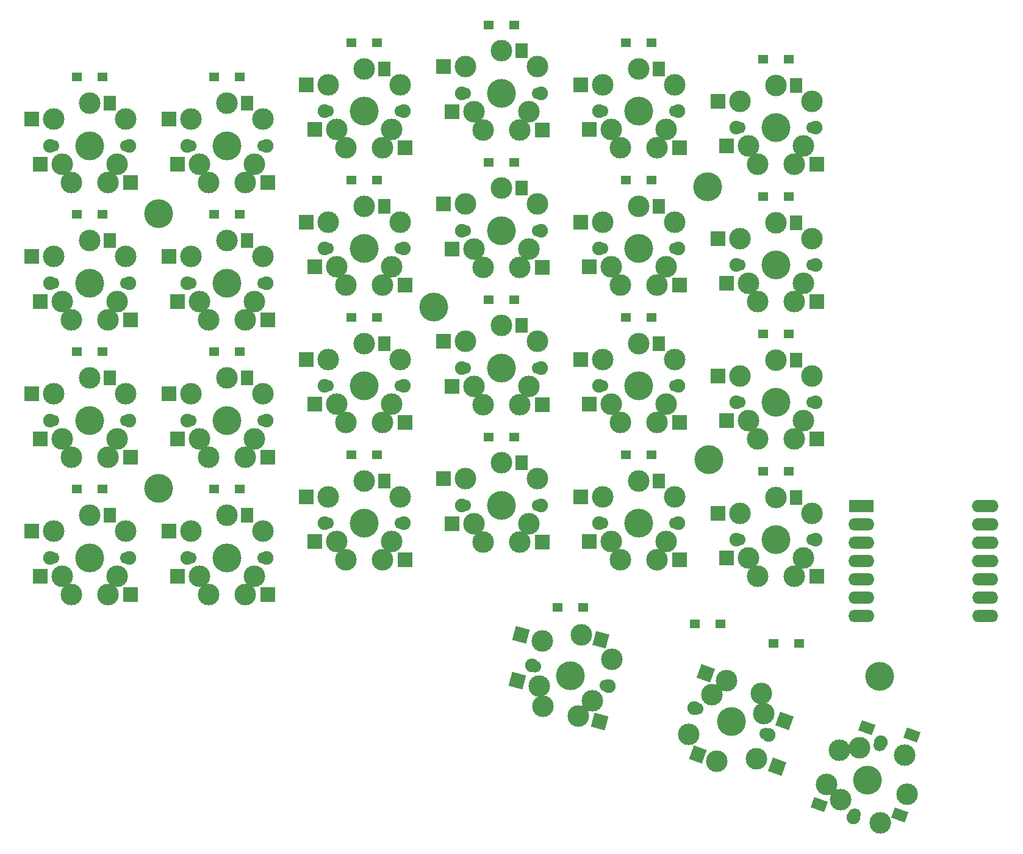
<source format=gbr>
%TF.GenerationSoftware,KiCad,Pcbnew,7.0.10*%
%TF.CreationDate,2024-03-21T20:23:33+01:00*%
%TF.ProjectId,duosync,64756f73-796e-4632-9e6b-696361645f70,rev?*%
%TF.SameCoordinates,Original*%
%TF.FileFunction,Soldermask,Top*%
%TF.FilePolarity,Negative*%
%FSLAX46Y46*%
G04 Gerber Fmt 4.6, Leading zero omitted, Abs format (unit mm)*
G04 Created by KiCad (PCBNEW 7.0.10) date 2024-03-21 20:23:33*
%MOMM*%
%LPD*%
G01*
G04 APERTURE LIST*
G04 Aperture macros list*
%AMRotRect*
0 Rectangle, with rotation*
0 The origin of the aperture is its center*
0 $1 length*
0 $2 width*
0 $3 Rotation angle, in degrees counterclockwise*
0 Add horizontal line*
21,1,$1,$2,0,0,$3*%
G04 Aperture macros list end*
%ADD10C,1.900000*%
%ADD11C,1.700000*%
%ADD12C,3.000000*%
%ADD13C,4.000000*%
%ADD14R,2.000000X2.000000*%
%ADD15R,1.800000X2.000000*%
%ADD16R,1.400000X1.300000*%
%ADD17R,3.500000X1.700000*%
%ADD18O,3.600000X1.700000*%
%ADD19O,3.700000X1.700000*%
%ADD20C,0.500000*%
%ADD21C,0.100000*%
%ADD22RotRect,1.500000X2.000000X250.000000*%
%ADD23RotRect,2.000000X2.000000X340.000000*%
%ADD24RotRect,1.900000X2.000000X340.000000*%
%ADD25RotRect,2.000000X2.000000X165.000000*%
%ADD26RotRect,1.900000X2.000000X165.000000*%
G04 APERTURE END LIST*
D10*
%TO.C,K42*%
X156157200Y-56890100D03*
D11*
X155737200Y-56890100D03*
D12*
X155657200Y-53190100D03*
X154467200Y-59430100D03*
X153197200Y-61970100D03*
D13*
X150657200Y-56890100D03*
D12*
X150657200Y-50990100D03*
X148117200Y-61970100D03*
X146847200Y-59430100D03*
X145657200Y-53190100D03*
D11*
X145577200Y-56890100D03*
D10*
X145157200Y-56890100D03*
D14*
X156257200Y-61970100D03*
X142557200Y-53190100D03*
D15*
X153457200Y-50990100D03*
D14*
X143757200Y-59430100D03*
%TD*%
D16*
%TO.C,D13*%
X95282200Y-73679100D03*
X91732200Y-73679100D03*
%TD*%
D10*
%TO.C,K54*%
X175207000Y-97466100D03*
D11*
X174787000Y-97466100D03*
D12*
X174707000Y-93766100D03*
X173517000Y-100006100D03*
X172247000Y-102546100D03*
D13*
X169707000Y-97466100D03*
D12*
X169707000Y-91566100D03*
X167167000Y-102546100D03*
X165897000Y-100006100D03*
X164707000Y-93766100D03*
D11*
X164627000Y-97466100D03*
D10*
X164207000Y-97466100D03*
D14*
X175307000Y-102546100D03*
X161607000Y-93766100D03*
D15*
X172507000Y-91566100D03*
D14*
X162807000Y-100006100D03*
%TD*%
D16*
%TO.C,D31*%
X133382200Y-30816100D03*
X129832200Y-30816100D03*
%TD*%
D10*
%TO.C,K41*%
X156157200Y-37840100D03*
D11*
X155737200Y-37840100D03*
D12*
X155657200Y-34140100D03*
X154467200Y-40380100D03*
X153197200Y-42920100D03*
D13*
X150657200Y-37840100D03*
D12*
X150657200Y-31940100D03*
X148117200Y-42920100D03*
X146847200Y-40380100D03*
X145657200Y-34140100D03*
D11*
X145577200Y-37840100D03*
D10*
X145157200Y-37840100D03*
D14*
X156257200Y-42920100D03*
X142557200Y-34140100D03*
D15*
X153457200Y-31940100D03*
D14*
X143757200Y-40380100D03*
%TD*%
D16*
%TO.C,D55*%
X181007200Y-111398100D03*
X177457200Y-111398100D03*
%TD*%
D17*
%TO.C,U1*%
X200550000Y-95100000D03*
D18*
X200550000Y-97640000D03*
X200550000Y-100180000D03*
X200550000Y-102720000D03*
X200550000Y-105260000D03*
X200550000Y-107800000D03*
X200550000Y-110340000D03*
X217800000Y-110340000D03*
X217800000Y-107800000D03*
X217800000Y-105260000D03*
D19*
X217800000Y-102720000D03*
X217800000Y-100180000D03*
X217800000Y-97640000D03*
X217800000Y-95100000D03*
%TD*%
D10*
%TO.C,K34*%
X137107200Y-97466100D03*
D11*
X136687200Y-97466100D03*
D12*
X136607200Y-93766100D03*
X135417200Y-100006100D03*
X134147200Y-102546100D03*
D13*
X131607200Y-97466100D03*
D12*
X131607200Y-91566100D03*
X129067200Y-102546100D03*
X127797200Y-100006100D03*
X126607200Y-93766100D03*
D11*
X126527200Y-97466100D03*
D10*
X126107200Y-97466100D03*
D14*
X137207200Y-102546100D03*
X123507200Y-93766100D03*
D15*
X134407200Y-91566100D03*
D14*
X124707200Y-100006100D03*
%TD*%
D10*
%TO.C,K14*%
X99007200Y-102229100D03*
D11*
X98587200Y-102229100D03*
D12*
X98507200Y-98529100D03*
X97317200Y-104769100D03*
X96047200Y-107309100D03*
D13*
X93507200Y-102229100D03*
D12*
X93507200Y-96329100D03*
X90967200Y-107309100D03*
X89697200Y-104769100D03*
X88507200Y-98529100D03*
D11*
X88427200Y-102229100D03*
D10*
X88007200Y-102229100D03*
D14*
X99107200Y-107309100D03*
X85407200Y-98529100D03*
D15*
X96307200Y-96329100D03*
D14*
X86607200Y-104769100D03*
%TD*%
D16*
%TO.C,D33*%
X133382200Y-68916100D03*
X129832200Y-68916100D03*
%TD*%
D10*
%TO.C,K51*%
X175207000Y-40316100D03*
D11*
X174787000Y-40316100D03*
D12*
X174707000Y-36616100D03*
X173517000Y-42856100D03*
X172247000Y-45396100D03*
D13*
X169707000Y-40316100D03*
D12*
X169707000Y-34416100D03*
X167167000Y-45396100D03*
X165897000Y-42856100D03*
X164707000Y-36616100D03*
D11*
X164627000Y-40316100D03*
D10*
X164207000Y-40316100D03*
D14*
X175307000Y-45396100D03*
X161607000Y-36616100D03*
D15*
X172507000Y-34416100D03*
D14*
X162807000Y-42856100D03*
%TD*%
D16*
%TO.C,D34*%
X133382200Y-87966100D03*
X129832200Y-87966100D03*
%TD*%
%TO.C,D65*%
X191968900Y-114136100D03*
X188418900Y-114136100D03*
%TD*%
D20*
%TO.C,s2*%
X101500000Y-92600000D03*
X101940000Y-91540000D03*
X101940000Y-93660000D03*
X103000000Y-91100000D03*
D13*
X103000000Y-92600000D03*
D20*
X103000000Y-94100000D03*
X104060000Y-91540000D03*
X104060000Y-93660000D03*
X104500000Y-92600000D03*
%TD*%
D10*
%TO.C,K24*%
X118057200Y-102229100D03*
D11*
X117637200Y-102229100D03*
D12*
X117557200Y-98529100D03*
X116367200Y-104769100D03*
X115097200Y-107309100D03*
D13*
X112557200Y-102229100D03*
D12*
X112557200Y-96329100D03*
X110017200Y-107309100D03*
X108747200Y-104769100D03*
X107557200Y-98529100D03*
D11*
X107477200Y-102229100D03*
D10*
X107057200Y-102229100D03*
D14*
X118157200Y-107309100D03*
X104457200Y-98529100D03*
D15*
X115357200Y-96329100D03*
D14*
X105657200Y-104769100D03*
%TD*%
D20*
%TO.C,s4*%
X177700000Y-50800000D03*
X178140000Y-49740000D03*
X178140000Y-51860000D03*
X179200000Y-49300000D03*
D13*
X179200000Y-50800000D03*
D20*
X179200000Y-52300000D03*
X180260000Y-49740000D03*
X180260000Y-51860000D03*
X180700000Y-50800000D03*
%TD*%
D16*
%TO.C,D52*%
X171482000Y-49866100D03*
X167932000Y-49866100D03*
%TD*%
D10*
%TO.C,K44*%
X156157200Y-94990100D03*
D11*
X155737200Y-94990100D03*
D12*
X155657200Y-91290100D03*
X154467200Y-97530100D03*
X153197200Y-100070100D03*
D13*
X150657200Y-94990100D03*
D12*
X150657200Y-89090100D03*
X148117200Y-100070100D03*
X146847200Y-97530100D03*
X145657200Y-91290100D03*
D11*
X145577200Y-94990100D03*
D10*
X145157200Y-94990100D03*
D14*
X156257200Y-100070100D03*
X142557200Y-91290100D03*
D15*
X153457200Y-89090100D03*
D14*
X143757200Y-97530100D03*
%TD*%
D16*
%TO.C,D51*%
X171482000Y-30816100D03*
X167932000Y-30816100D03*
%TD*%
D10*
%TO.C,K52*%
X175207000Y-59366100D03*
D11*
X174787000Y-59366100D03*
D12*
X174707000Y-55666100D03*
X173517000Y-61906100D03*
X172247000Y-64446100D03*
D13*
X169707000Y-59366100D03*
D12*
X169707000Y-53466100D03*
X167167000Y-64446100D03*
X165897000Y-61906100D03*
X164707000Y-55666100D03*
D11*
X164627000Y-59366100D03*
D10*
X164207000Y-59366100D03*
D14*
X175307000Y-64446100D03*
X161607000Y-55666100D03*
D15*
X172507000Y-53466100D03*
D14*
X162807000Y-61906100D03*
%TD*%
D10*
%TO.C,K21*%
X118057200Y-45079100D03*
D11*
X117637200Y-45079100D03*
D12*
X117557200Y-41379100D03*
X116367200Y-47619100D03*
X115097200Y-50159100D03*
D13*
X112557200Y-45079100D03*
D12*
X112557200Y-39179100D03*
X110017200Y-50159100D03*
X108747200Y-47619100D03*
X107557200Y-41379100D03*
D11*
X107477200Y-45079100D03*
D10*
X107057200Y-45079100D03*
D14*
X118157200Y-50159100D03*
X104457200Y-41379100D03*
D15*
X115357200Y-39179100D03*
D14*
X105657200Y-47619100D03*
%TD*%
D12*
%TO.C,K65*%
X197488993Y-128911818D03*
X195751530Y-133685457D03*
D21*
X200277720Y-128559364D03*
X197661266Y-135748012D03*
D12*
X200310177Y-128587140D03*
X200310177Y-128587140D03*
X197703984Y-135747598D03*
D10*
X203275011Y-127867791D03*
D11*
X203131362Y-128262461D03*
D13*
X201393900Y-133036100D03*
D11*
X199656438Y-137809739D03*
D10*
X199512789Y-138204409D03*
D12*
X206580863Y-129603111D03*
X203160662Y-139000038D03*
X206938086Y-135054019D03*
D22*
X194739151Y-136466947D03*
X207606924Y-126784034D03*
X201332817Y-125777459D03*
X205912026Y-137873097D03*
%TD*%
D10*
%TO.C,K61*%
X194257200Y-42602100D03*
D11*
X193837200Y-42602100D03*
D12*
X193757200Y-38902100D03*
X192567200Y-45142100D03*
X191297200Y-47682100D03*
D13*
X188757200Y-42602100D03*
D12*
X188757200Y-36702100D03*
X186217200Y-47682100D03*
X184947200Y-45142100D03*
X183757200Y-38902100D03*
D11*
X183677200Y-42602100D03*
D10*
X183257200Y-42602100D03*
D14*
X194357200Y-47682100D03*
X180657200Y-38902100D03*
D15*
X191557200Y-36702100D03*
D14*
X181857200Y-45142100D03*
%TD*%
D10*
%TO.C,K11*%
X99007200Y-45079100D03*
D11*
X98587200Y-45079100D03*
D12*
X98507200Y-41379100D03*
X97317200Y-47619100D03*
X96047200Y-50159100D03*
D13*
X93507200Y-45079100D03*
D12*
X93507200Y-39179100D03*
X90967200Y-50159100D03*
X89697200Y-47619100D03*
X88507200Y-41379100D03*
D11*
X88427200Y-45079100D03*
D10*
X88007200Y-45079100D03*
D14*
X99107200Y-50159100D03*
X85407200Y-41379100D03*
D15*
X96307200Y-39179100D03*
D14*
X86607200Y-47619100D03*
%TD*%
D10*
%TO.C,K13*%
X99007200Y-83179100D03*
D11*
X98587200Y-83179100D03*
D12*
X98507200Y-79479100D03*
X97317200Y-85719100D03*
X96047200Y-88259100D03*
D13*
X93507200Y-83179100D03*
D12*
X93507200Y-77279100D03*
X90967200Y-88259100D03*
X89697200Y-85719100D03*
X88507200Y-79479100D03*
D11*
X88427200Y-83179100D03*
D10*
X88007200Y-83179100D03*
D14*
X99107200Y-88259100D03*
X85407200Y-79479100D03*
D15*
X96307200Y-77279100D03*
D14*
X86607200Y-85719100D03*
%TD*%
D10*
%TO.C,K33*%
X137107200Y-78416100D03*
D11*
X136687200Y-78416100D03*
D12*
X136607200Y-74716100D03*
X135417200Y-80956100D03*
X134147200Y-83496100D03*
D13*
X131607200Y-78416100D03*
D12*
X131607200Y-72516100D03*
X129067200Y-83496100D03*
X127797200Y-80956100D03*
X126607200Y-74716100D03*
D11*
X126527200Y-78416100D03*
D10*
X126107200Y-78416100D03*
D14*
X137207200Y-83496100D03*
X123507200Y-74716100D03*
D15*
X134407200Y-72516100D03*
D14*
X124707200Y-80956100D03*
%TD*%
D10*
%TO.C,K32*%
X137107200Y-59366100D03*
D11*
X136687200Y-59366100D03*
D12*
X136607200Y-55666100D03*
X135417200Y-61906100D03*
X134147200Y-64446100D03*
D13*
X131607200Y-59366100D03*
D12*
X131607200Y-53466100D03*
X129067200Y-64446100D03*
X127797200Y-61906100D03*
X126607200Y-55666100D03*
D11*
X126527200Y-59366100D03*
D10*
X126107200Y-59366100D03*
D14*
X137207200Y-64446100D03*
X123507200Y-55666100D03*
D15*
X134407200Y-53466100D03*
D14*
X124707200Y-61906100D03*
%TD*%
D20*
%TO.C,s1*%
X101500000Y-54500000D03*
X101940000Y-53440000D03*
X101940000Y-55560000D03*
X103000000Y-53000000D03*
D13*
X103000000Y-54500000D03*
D20*
X103000000Y-56000000D03*
X104060000Y-53440000D03*
X104060000Y-55560000D03*
X104500000Y-54500000D03*
%TD*%
D10*
%TO.C,K43*%
X156157200Y-75940100D03*
D11*
X155737200Y-75940100D03*
D12*
X155657200Y-72240100D03*
X154467200Y-78480100D03*
X153197200Y-81020100D03*
D13*
X150657200Y-75940100D03*
D12*
X150657200Y-70040100D03*
X148117200Y-81020100D03*
X146847200Y-78480100D03*
X145657200Y-72240100D03*
D11*
X145577200Y-75940100D03*
D10*
X145157200Y-75940100D03*
D14*
X156257200Y-81020100D03*
X142557200Y-72240100D03*
D15*
X153457200Y-70040100D03*
D14*
X143757200Y-78480100D03*
%TD*%
D10*
%TO.C,K23*%
X118057200Y-83179100D03*
D11*
X117637200Y-83179100D03*
D12*
X117557200Y-79479100D03*
X116367200Y-85719100D03*
X115097200Y-88259100D03*
D13*
X112557200Y-83179100D03*
D12*
X112557200Y-77279100D03*
X110017200Y-88259100D03*
X108747200Y-85719100D03*
X107557200Y-79479100D03*
D11*
X107477200Y-83179100D03*
D10*
X107057200Y-83179100D03*
D14*
X118157200Y-88259100D03*
X104457200Y-79479100D03*
D15*
X115357200Y-77279100D03*
D14*
X105657200Y-85719100D03*
%TD*%
D16*
%TO.C,D42*%
X152432200Y-47390100D03*
X148882200Y-47390100D03*
%TD*%
%TO.C,D54*%
X171482000Y-87966100D03*
X167932000Y-87966100D03*
%TD*%
%TO.C,D61*%
X190532200Y-33102100D03*
X186982200Y-33102100D03*
%TD*%
D10*
%TO.C,K22*%
X118057200Y-64129100D03*
D11*
X117637200Y-64129100D03*
D12*
X117557200Y-60429100D03*
X116367200Y-66669100D03*
X115097200Y-69209100D03*
D13*
X112557200Y-64129100D03*
D12*
X112557200Y-58229100D03*
X110017200Y-69209100D03*
X108747200Y-66669100D03*
X107557200Y-60429100D03*
D11*
X107477200Y-64129100D03*
D10*
X107057200Y-64129100D03*
D14*
X118157200Y-69209100D03*
X104457200Y-60429100D03*
D15*
X115357200Y-58229100D03*
D14*
X105657200Y-66669100D03*
%TD*%
D16*
%TO.C,D32*%
X133382200Y-49866100D03*
X129832200Y-49866100D03*
%TD*%
%TO.C,D14*%
X95282200Y-92729100D03*
X91732200Y-92729100D03*
%TD*%
%TO.C,D22*%
X114332200Y-54629100D03*
X110782200Y-54629100D03*
%TD*%
D20*
%TO.C,s6*%
X201600000Y-118700000D03*
X202040000Y-117640000D03*
X202040000Y-119760000D03*
X203100000Y-117200000D03*
D13*
X203100000Y-118700000D03*
D20*
X203100000Y-120200000D03*
X204160000Y-117640000D03*
X204160000Y-119760000D03*
X204600000Y-118700000D03*
%TD*%
D16*
%TO.C,D44*%
X152432200Y-85490100D03*
X148882200Y-85490100D03*
%TD*%
D10*
%TO.C,K53*%
X175207000Y-78416100D03*
D11*
X174787000Y-78416100D03*
D12*
X174707000Y-74716100D03*
X173517000Y-80956100D03*
X172247000Y-83496100D03*
D13*
X169707000Y-78416100D03*
D12*
X169707000Y-72516100D03*
X167167000Y-83496100D03*
X165897000Y-80956100D03*
X164707000Y-74716100D03*
D11*
X164627000Y-78416100D03*
D10*
X164207000Y-78416100D03*
D14*
X175307000Y-83496100D03*
X161607000Y-74716100D03*
D15*
X172507000Y-72516100D03*
D14*
X162807000Y-80956100D03*
%TD*%
D20*
%TO.C,s3*%
X139700000Y-67500000D03*
X140140000Y-66440000D03*
X140140000Y-68560000D03*
X141200000Y-66000000D03*
D13*
X141200000Y-67500000D03*
D20*
X141200000Y-69000000D03*
X142260000Y-66440000D03*
X142260000Y-68560000D03*
X142700000Y-67500000D03*
%TD*%
D16*
%TO.C,D23*%
X114332200Y-73679100D03*
X110782200Y-73679100D03*
%TD*%
%TO.C,D63*%
X190532200Y-71202100D03*
X186982200Y-71202100D03*
%TD*%
D10*
%TO.C,K31*%
X137107200Y-40316100D03*
D11*
X136687200Y-40316100D03*
D12*
X136607200Y-36616100D03*
X135417200Y-42856100D03*
X134147200Y-45396100D03*
D13*
X131607200Y-40316100D03*
D12*
X131607200Y-34416100D03*
X129067200Y-45396100D03*
X127797200Y-42856100D03*
X126607200Y-36616100D03*
D11*
X126527200Y-40316100D03*
D10*
X126107200Y-40316100D03*
D14*
X137207200Y-45396100D03*
X123507200Y-36616100D03*
D15*
X134407200Y-34416100D03*
D14*
X124707200Y-42856100D03*
%TD*%
D16*
%TO.C,D41*%
X152432200Y-28340100D03*
X148882200Y-28340100D03*
%TD*%
D10*
%TO.C,K12*%
X99007200Y-64129100D03*
D11*
X98587200Y-64129100D03*
D12*
X98507200Y-60429100D03*
X97317200Y-66669100D03*
X96047200Y-69209100D03*
D13*
X93507200Y-64129100D03*
D12*
X93507200Y-58229100D03*
X90967200Y-69209100D03*
X89697200Y-66669100D03*
X88507200Y-60429100D03*
D11*
X88427200Y-64129100D03*
D10*
X88007200Y-64129100D03*
D14*
X99107200Y-69209100D03*
X85407200Y-60429100D03*
D15*
X96307200Y-58229100D03*
D14*
X86607200Y-66669100D03*
%TD*%
D20*
%TO.C,s5*%
X177900000Y-88600000D03*
X178340000Y-87540000D03*
X178340000Y-89660000D03*
X179400000Y-87100000D03*
D13*
X179400000Y-88600000D03*
D20*
X179400000Y-90100000D03*
X180460000Y-87540000D03*
X180460000Y-89660000D03*
X180900000Y-88600000D03*
%TD*%
D16*
%TO.C,D53*%
X171482000Y-68916100D03*
X167932000Y-68916100D03*
%TD*%
%TO.C,D24*%
X114332200Y-92729100D03*
X110782200Y-92729100D03*
%TD*%
D10*
%TO.C,K64*%
X194257200Y-99752100D03*
D11*
X193837200Y-99752100D03*
D12*
X193757200Y-96052100D03*
X192567200Y-102292100D03*
X191297200Y-104832100D03*
D13*
X188757200Y-99752100D03*
D12*
X188757200Y-93852100D03*
X186217200Y-104832100D03*
X184947200Y-102292100D03*
X183757200Y-96052100D03*
D11*
X183677200Y-99752100D03*
D10*
X183257200Y-99752100D03*
D14*
X194357200Y-104832100D03*
X180657200Y-96052100D03*
D15*
X191557200Y-93852100D03*
D14*
X181857200Y-102292100D03*
%TD*%
D16*
%TO.C,D21*%
X114332200Y-35579100D03*
X110782200Y-35579100D03*
%TD*%
D10*
%TO.C,K63*%
X194257200Y-80702100D03*
D11*
X193837200Y-80702100D03*
D12*
X193757200Y-77002100D03*
X192567200Y-83242100D03*
X191297200Y-85782100D03*
D13*
X188757200Y-80702100D03*
D12*
X188757200Y-74802100D03*
X186217200Y-85782100D03*
X184947200Y-83242100D03*
X183757200Y-77002100D03*
D11*
X183677200Y-80702100D03*
D10*
X183257200Y-80702100D03*
D14*
X194357200Y-85782100D03*
X180657200Y-77002100D03*
D15*
X191557200Y-74802100D03*
D14*
X181857200Y-83242100D03*
%TD*%
D16*
%TO.C,D43*%
X152432200Y-66440100D03*
X148882200Y-66440100D03*
%TD*%
%TO.C,D11*%
X95282200Y-35579100D03*
X91732200Y-35579100D03*
%TD*%
%TO.C,D64*%
X190532200Y-90252100D03*
X186982200Y-90252100D03*
%TD*%
%TO.C,D62*%
X190532200Y-52152100D03*
X186982200Y-52152100D03*
%TD*%
D10*
%TO.C,K62*%
X194257200Y-61652100D03*
D11*
X193837200Y-61652100D03*
D12*
X193757200Y-57952100D03*
X192567200Y-64192100D03*
X191297200Y-66732100D03*
D13*
X188757200Y-61652100D03*
D12*
X188757200Y-55752100D03*
X186217200Y-66732100D03*
X184947200Y-64192100D03*
X183757200Y-57952100D03*
D11*
X183677200Y-61652100D03*
D10*
X183257200Y-61652100D03*
D14*
X194357200Y-66732100D03*
X180657200Y-57952100D03*
D15*
X191557200Y-55752100D03*
D14*
X181857200Y-64192100D03*
%TD*%
D16*
%TO.C,D12*%
X95282200Y-54629100D03*
X91732200Y-54629100D03*
%TD*%
%TO.C,D45*%
X161957200Y-109112100D03*
X158407200Y-109112100D03*
%TD*%
D10*
%TO.C,K55*%
X187715709Y-126808011D03*
D11*
X187321039Y-126664362D03*
D12*
X185980389Y-130113863D03*
X186996360Y-123843177D03*
X186671682Y-121021993D03*
X180529481Y-130471086D03*
D13*
X182547400Y-124926900D03*
D12*
X181898043Y-119284530D03*
X179835902Y-121236984D03*
X176583462Y-126693662D03*
D11*
X177773761Y-123189438D03*
D10*
X177379091Y-123045789D03*
D23*
X188893436Y-131174126D03*
X189900010Y-124900020D03*
D24*
X177898342Y-129513430D03*
D23*
X179022584Y-118237949D03*
%TD*%
D10*
%TO.C,K45*%
X154869608Y-117188595D03*
D11*
X155275297Y-117297299D03*
D12*
X156310201Y-113744079D03*
X155844622Y-120079451D03*
X156413948Y-122861603D03*
X161709232Y-112913138D03*
D13*
X160182200Y-118612100D03*
D12*
X161320851Y-124176404D03*
X163204977Y-122051652D03*
X165969460Y-116332270D03*
D11*
X165089103Y-119926901D03*
D10*
X165494792Y-120035605D03*
D25*
X153315831Y-112941740D03*
X152859911Y-119279700D03*
D26*
X164413825Y-113637831D03*
D25*
X164276584Y-124968390D03*
%TD*%
M02*

</source>
